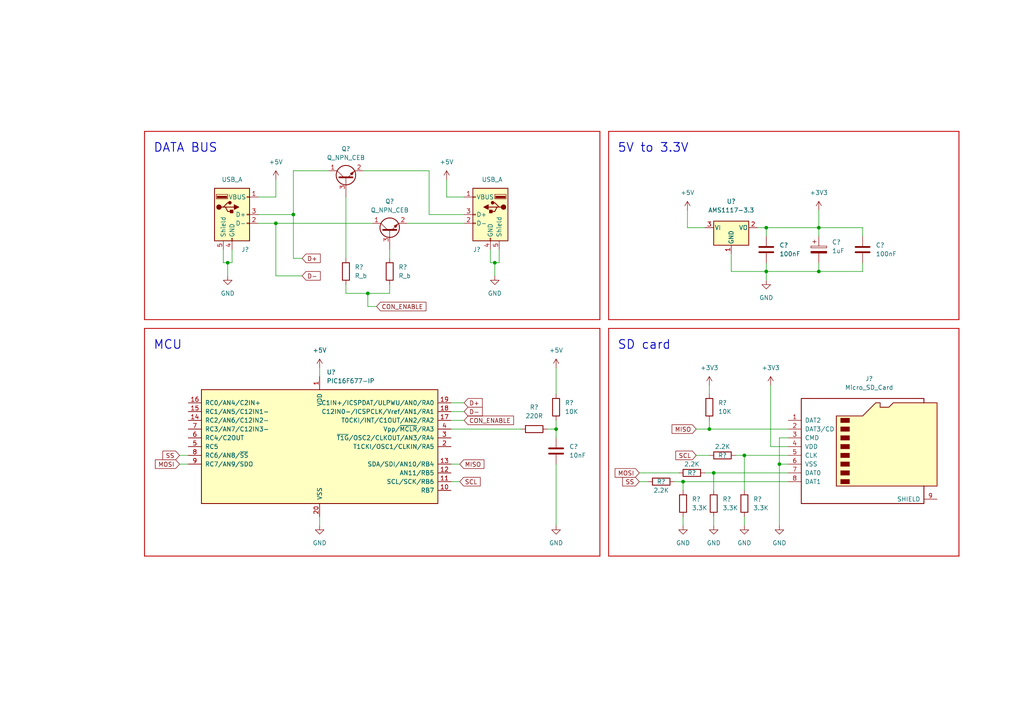
<source format=kicad_sch>
(kicad_sch (version 20211123) (generator eeschema)
  (paper "A4")
  (lib_symbols
    (symbol "Connector:Micro_SD_Card" (pin_names (offset 1.016))
      (property "Reference" "J" (at -16.51 15.24 0))
      (property "Value" "Micro_SD_Card" (at 16.51 15.24 0))
      (symbol "Micro_SD_Card_0_1"
        (rectangle (start -7.62 -9.525) (end -5.08 -10.795) (fill (type outline)))
        (rectangle (start -7.62 -6.985) (end -5.08 -8.255) (fill (type outline)))
        (rectangle (start -7.62 -4.445) (end -5.08 -5.715) (fill (type outline)))
        (rectangle (start -7.62 -1.905) (end -5.08 -3.175) (fill (type outline)))
        (rectangle (start -7.62 0.635) (end -5.08 -0.635) (fill (type outline)))
        (rectangle (start -7.62 3.175) (end -5.08 1.905) (fill (type outline)))
        (rectangle (start -7.62 5.715) (end -5.08 4.445) (fill (type outline)))
        (rectangle (start -7.62 8.255) (end -5.08 6.985) (fill (type outline)))
        (polyline (pts (xy 16.51 12.7) (xy 16.51 13.97) (xy -19.05 13.97) (xy -19.05 -16.51) (xy 16.51 -16.51) (xy 16.51 -11.43)) (stroke (width 0.254)))
        (polyline (pts (xy -8.89 -11.43) (xy -8.89 8.89) (xy -1.27 8.89) (xy 2.54 12.7) (xy 3.81 12.7) (xy 3.81 11.43) (xy 6.35 11.43) (xy 7.62 12.7) (xy 20.32 12.7) (xy 20.32 -11.43) (xy -8.89 -11.43)) (stroke (width 0.254)) (fill (type background)))
      )
      (symbol "Micro_SD_Card_1_1"
        (pin bidirectional line (at -22.86 7.62 0) (length 3.81) (name "DAT2") (number "1"))
        (pin bidirectional line (at -22.86 5.08 0) (length 3.81) (name "DAT3/CD") (number "2"))
        (pin input line (at -22.86 2.54 0) (length 3.81) (name "CMD") (number "3"))
        (pin power_in line (at -22.86 0 0) (length 3.81) (name "VDD") (number "4"))
        (pin input line (at -22.86 -2.54 0) (length 3.81) (name "CLK") (number "5"))
        (pin power_in line (at -22.86 -5.08 0) (length 3.81) (name "VSS") (number "6"))
        (pin bidirectional line (at -22.86 -7.62 0) (length 3.81) (name "DAT0") (number "7"))
        (pin bidirectional line (at -22.86 -10.16 0) (length 3.81) (name "DAT1") (number "8"))
        (pin passive line (at 20.32 -15.24 180) (length 3.81) (name "SHIELD") (number "9"))
      )
    )
    (symbol "Connector:USB_A" (pin_names (offset 1.016))
      (property "Reference" "J" (at -5.08 11.43 0))
      (property "Value" "USB_A" (at -5.08 8.89 0))
      (symbol "USB_A_0_1"
        (rectangle (start -5.08 -7.62) (end 5.08 7.62) (stroke (width 0.254)) (fill (type background)))
        (circle (center -3.81 2.159) (radius 0.635) (stroke (width 0.254)) (fill (type outline)))
        (rectangle (start -1.524 4.826) (end -4.318 5.334) (fill (type outline)))
        (rectangle (start -1.27 4.572) (end -4.572 5.842))
        (circle (center -0.635 3.429) (radius 0.381) (stroke (width 0.254)) (fill (type outline)))
        (rectangle (start -0.127 -7.62) (end 0.127 -6.858))
        (polyline (pts (xy -3.175 2.159) (xy -2.54 2.159) (xy -1.27 3.429) (xy -0.635 3.429)) (stroke (width 0.254)))
        (polyline (pts (xy -2.54 2.159) (xy -1.905 2.159) (xy -1.27 0.889) (xy 0 0.889)) (stroke (width 0.254)))
        (polyline (pts (xy 0.635 2.794) (xy 0.635 1.524) (xy 1.905 2.159) (xy 0.635 2.794)) (stroke (width 0.254)) (fill (type outline)))
        (rectangle (start 0.254 1.27) (end -0.508 0.508) (stroke (width 0.254)) (fill (type outline)))
        (rectangle (start 5.08 -2.667) (end 4.318 -2.413))
        (rectangle (start 5.08 -0.127) (end 4.318 0.127))
        (rectangle (start 5.08 4.953) (end 4.318 5.207))
      )
      (symbol "USB_A_1_1"
        (polyline (pts (xy -1.905 2.159) (xy 0.635 2.159)) (stroke (width 0.254)))
        (pin power_in line (at 7.62 5.08 180) (length 2.54) (name "VBUS") (number "1"))
        (pin bidirectional line (at 7.62 -2.54 180) (length 2.54) (name "D-") (number "2"))
        (pin bidirectional line (at 7.62 0 180) (length 2.54) (name "D+") (number "3"))
        (pin power_in line (at 0 -10.16 90) (length 2.54) (name "GND") (number "4"))
        (pin passive line (at -2.54 -10.16 90) (length 2.54) (name "Shield") (number "5"))
      )
    )
    (symbol "Device:C" (pin_numbers hide) (pin_names (offset 0.254))
      (property "Reference" "C" (at 0.635 2.54 0))
      (property "Value" "C" (at 0.635 -2.54 0))
      (symbol "C_0_1"
        (polyline (pts (xy -2.032 -0.762) (xy 2.032 -0.762)) (stroke (width 0.508)))
        (polyline (pts (xy -2.032 0.762) (xy 2.032 0.762)) (stroke (width 0.508)))
      )
      (symbol "C_1_1"
        (pin passive line (at 0 3.81 270) (length 2.794) (name "~") (number "1"))
        (pin passive line (at 0 -3.81 90) (length 2.794) (name "~") (number "2"))
      )
    )
    (symbol "Device:C_Polarized" (pin_numbers hide) (pin_names (offset 0.254))
      (property "Reference" "C" (at 0.635 2.54 0))
      (property "Value" "C_Polarized" (at 0.635 -2.54 0))
      (symbol "C_Polarized_0_1"
        (rectangle (start -2.286 0.508) (end 2.286 1.016))
        (polyline (pts (xy -1.778 2.286) (xy -0.762 2.286)))
        (polyline (pts (xy -1.27 2.794) (xy -1.27 1.778)))
        (rectangle (start 2.286 -0.508) (end -2.286 -1.016) (fill (type outline)))
      )
      (symbol "C_Polarized_1_1"
        (pin passive line (at 0 3.81 270) (length 2.794) (name "~") (number "1"))
        (pin passive line (at 0 -3.81 90) (length 2.794) (name "~") (number "2"))
      )
    )
    (symbol "Device:Q_NPN_CEB" (pin_names (offset 0) hide)
      (property "Reference" "Q" (at 5.08 1.27 0))
      (property "Value" "Q_NPN_CEB" (at 5.08 -1.27 0))
      (symbol "Q_NPN_CEB_0_1"
        (polyline (pts (xy 0.635 0.635) (xy 2.54 2.54)))
        (polyline (pts (xy 0.635 -0.635) (xy 2.54 -2.54) (xy 2.54 -2.54)))
        (polyline (pts (xy 0.635 1.905) (xy 0.635 -1.905) (xy 0.635 -1.905)) (stroke (width 0.508)))
        (polyline (pts (xy 1.27 -1.778) (xy 1.778 -1.27) (xy 2.286 -2.286) (xy 1.27 -1.778) (xy 1.27 -1.778)) (fill (type outline)))
        (circle (center 1.27 0) (radius 2.8194) (stroke (width 0.254)))
      )
      (symbol "Q_NPN_CEB_1_1"
        (pin passive line (at 2.54 5.08 270) (length 2.54) (name "C") (number "1"))
        (pin passive line (at 2.54 -5.08 90) (length 2.54) (name "E") (number "2"))
        (pin input line (at -5.08 0 0) (length 5.715) (name "B") (number "3"))
      )
    )
    (symbol "Device:R" (pin_numbers hide) (pin_names (offset 0))
      (property "Reference" "R" (at 2.032 0 90))
      (property "Value" "R" (at 0 0 90))
      (symbol "R_0_1"
        (rectangle (start -1.016 -2.54) (end 1.016 2.54) (stroke (width 0.254)))
      )
      (symbol "R_1_1"
        (pin passive line (at 0 3.81 270) (length 1.27) (name "~") (number "1"))
        (pin passive line (at 0 -3.81 90) (length 1.27) (name "~") (number "2"))
      )
    )
    (symbol "MCU_Microchip_PIC16:PIC16F677-IP" (pin_names (offset 1.016))
      (property "Reference" "U" (at 17.78 20.32 0))
      (property "Value" "PIC16F677-IP" (at 17.78 17.78 0))
      (symbol "PIC16F677-IP_0_1"
        (rectangle (start -34.29 16.51) (end 34.29 -16.51) (stroke (width 0.254)) (fill (type background)))
      )
      (symbol "PIC16F677-IP_1_1"
        (pin power_in line (at 0 20.32 270) (length 3.81) (name "VDD") (number "1"))
        (pin bidirectional line (at 38.1 -12.7 180) (length 3.81) (name "RB7") (number "10"))
        (pin bidirectional line (at 38.1 -10.16 180) (length 3.81) (name "SCL/SCK/RB6") (number "11"))
        (pin bidirectional line (at 38.1 -7.62 180) (length 3.81) (name "AN11/RB5") (number "12"))
        (pin bidirectional line (at 38.1 -5.08 180) (length 3.81) (name "SDA/SDI/AN10/RB4") (number "13"))
        (pin bidirectional line (at -38.1 7.62 0) (length 3.81) (name "RC2/AN6/C12IN2-") (number "14"))
        (pin bidirectional line (at -38.1 10.16 0) (length 3.81) (name "RC1/AN5/C12IN1-") (number "15"))
        (pin bidirectional line (at -38.1 12.7 0) (length 3.81) (name "RC0/AN4/C2IN+") (number "16"))
        (pin bidirectional line (at 38.1 7.62 180) (length 3.81) (name "T0CKI/INT/C1OUT/AN2/RA2") (number "17"))
        (pin bidirectional line (at 38.1 10.16 180) (length 3.81) (name "C12IN0-/ICSPCLK/Vref/AN1/RA1") (number "18"))
        (pin bidirectional line (at 38.1 12.7 180) (length 3.81) (name "C1IN+/ICSPDAT/ULPWU/AN0/RA0") (number "19"))
        (pin bidirectional line (at 38.1 0 180) (length 3.81) (name "T1CKI/OSC1/CLKIN/RA5") (number "2"))
        (pin power_in line (at 0 -20.32 90) (length 3.81) (name "VSS") (number "20"))
        (pin bidirectional line (at 38.1 2.54 180) (length 3.81) (name "~{T1G}/OSC2/CLKOUT/AN3/RA4") (number "3"))
        (pin input line (at 38.1 5.08 180) (length 3.81) (name "Vpp/~{MCLR}/RA3") (number "4"))
        (pin bidirectional line (at -38.1 0 0) (length 3.81) (name "RC5") (number "5"))
        (pin bidirectional line (at -38.1 2.54 0) (length 3.81) (name "RC4/C2OUT") (number "6"))
        (pin bidirectional line (at -38.1 5.08 0) (length 3.81) (name "RC3/AN7/C12IN3-") (number "7"))
        (pin bidirectional line (at -38.1 -2.54 0) (length 3.81) (name "RC6/AN8/~{SS}") (number "8"))
        (pin bidirectional line (at -38.1 -5.08 0) (length 3.81) (name "RC7/AN9/SDO") (number "9"))
      )
    )
    (symbol "Regulator_Linear:AMS1117-3.3" (pin_names (offset 0.254))
      (property "Reference" "U" (at -3.81 3.175 0))
      (property "Value" "AMS1117-3.3" (at 0 3.175 0))
      (symbol "AMS1117-3.3_0_1"
        (rectangle (start -5.08 -5.08) (end 5.08 1.905) (stroke (width 0.254)) (fill (type background)))
      )
      (symbol "AMS1117-3.3_1_1"
        (pin power_in line (at 0 -7.62 90) (length 2.54) (name "GND") (number "1"))
        (pin power_out line (at 7.62 0 180) (length 2.54) (name "VO") (number "2"))
        (pin power_in line (at -7.62 0 0) (length 2.54) (name "VI") (number "3"))
      )
    )
    (symbol "power:+3.3V" (power) (pin_names (offset 0))
      (property "Value" "+3.3V" (at 0 3.556 0))
      (symbol "+3.3V_0_1"
        (polyline (pts (xy -0.762 1.27) (xy 0 2.54)))
        (polyline (pts (xy 0 0) (xy 0 2.54)))
        (polyline (pts (xy 0 2.54) (xy 0.762 1.27)))
      )
      (symbol "+3.3V_1_1"
        (pin power_in line (at 0 0 90) (length 0) hide (name "+3V3") (number "1"))
      )
    )
    (symbol "power:+5V" (power) (pin_names (offset 0))
      (property "Value" "+5V" (at 0 3.556 0))
      (symbol "+5V_0_1"
        (polyline (pts (xy -0.762 1.27) (xy 0 2.54)))
        (polyline (pts (xy 0 0) (xy 0 2.54)))
        (polyline (pts (xy 0 2.54) (xy 0.762 1.27)))
      )
      (symbol "+5V_1_1"
        (pin power_in line (at 0 0 90) (length 0) hide (name "+5V") (number "1"))
      )
    )
    (symbol "power:GND" (power) (pin_names (offset 0))
      (property "Value" "GND" (at 0 -3.81 0))
      (symbol "GND_0_1"
        (polyline (pts (xy 0 0) (xy 0 -1.27) (xy 1.27 -1.27) (xy 0 -2.54) (xy -1.27 -1.27) (xy 0 -1.27)))
      )
      (symbol "GND_1_1"
        (pin power_in line (at 0 0 270) (length 0) hide (name "GND") (number "1"))
      )
    )
  )
  (junction (at 161.29 124.46))
  (junction (at 85.09 62.23))
  (junction (at 237.49 66.04))
  (junction (at 198.12 139.7))
  (junction (at 205.74 124.46))
  (junction (at 237.49 78.74))
  (junction (at 106.68 85.09))
  (junction (at 207.01 137.16))
  (junction (at 66.04 76.2))
  (junction (at 222.25 78.74))
  (junction (at 143.51 76.2))
  (junction (at 222.25 66.04))
  (junction (at 80.01 64.77))
  (junction (at 215.9 132.08))
  (junction (at 226.06 134.62))
  (wire (pts (xy 142.24 72.39) (xy 142.24 76.2)))
  (wire (pts (xy 92.71 149.86) (xy 92.71 152.4)))
  (wire (pts (xy 161.29 124.46) (xy 161.29 127)))
  (polyline (pts (xy 176.53 161.29) (xy 278.13 161.29)) (stroke (width 0.254) (type solid) (color 194 0 0 1)))
  (wire (pts (xy 199.39 60.96) (xy 199.39 66.04)))
  (wire (pts (xy 205.74 124.46) (xy 228.6 124.46)))
  (wire (pts (xy 130.81 116.84) (xy 134.62 116.84)))
  (wire (pts (xy 113.03 85.09) (xy 106.68 85.09)))
  (wire (pts (xy 130.81 124.46) (xy 151.13 124.46)))
  (wire (pts (xy 64.77 76.2) (xy 66.04 76.2)))
  (wire (pts (xy 185.42 139.7) (xy 187.96 139.7)))
  (wire (pts (xy 223.52 111.76) (xy 223.52 129.54)))
  (wire (pts (xy 87.63 74.93) (xy 85.09 74.93)))
  (wire (pts (xy 105.41 49.53) (xy 124.46 49.53)))
  (wire (pts (xy 212.09 78.74) (xy 222.25 78.74)))
  (wire (pts (xy 143.51 76.2) (xy 143.51 80.01)))
  (wire (pts (xy 250.19 66.04) (xy 250.19 68.58)))
  (wire (pts (xy 113.03 72.39) (xy 113.03 74.93)))
  (wire (pts (xy 228.6 127) (xy 226.06 127)))
  (wire (pts (xy 142.24 76.2) (xy 143.51 76.2)))
  (wire (pts (xy 213.36 132.08) (xy 215.9 132.08)))
  (wire (pts (xy 219.71 66.04) (xy 222.25 66.04)))
  (wire (pts (xy 237.49 78.74) (xy 237.49 76.2)))
  (wire (pts (xy 113.03 82.55) (xy 113.03 85.09)))
  (wire (pts (xy 100.33 82.55) (xy 100.33 85.09)))
  (polyline (pts (xy 41.91 95.25) (xy 173.99 95.25)) (stroke (width 0.254) (type solid) (color 194 0 0 1)))
  (polyline (pts (xy 173.99 92.71) (xy 173.99 38.1)) (stroke (width 0.254) (type solid) (color 194 0 0 1)))
  (wire (pts (xy 204.47 137.16) (xy 207.01 137.16)))
  (wire (pts (xy 185.42 137.16) (xy 196.85 137.16)))
  (wire (pts (xy 222.25 78.74) (xy 222.25 81.28)))
  (wire (pts (xy 222.25 78.74) (xy 222.25 76.2)))
  (wire (pts (xy 52.07 132.08) (xy 54.61 132.08)))
  (polyline (pts (xy 41.91 161.29) (xy 173.99 161.29)) (stroke (width 0.254) (type solid) (color 194 0 0 1)))
  (wire (pts (xy 215.9 149.86) (xy 215.9 152.4)))
  (wire (pts (xy 198.12 149.86) (xy 198.12 152.4)))
  (wire (pts (xy 205.74 111.76) (xy 205.74 114.3)))
  (wire (pts (xy 222.25 66.04) (xy 237.49 66.04)))
  (wire (pts (xy 161.29 124.46) (xy 161.29 121.92)))
  (wire (pts (xy 100.33 57.15) (xy 100.33 74.93)))
  (wire (pts (xy 52.07 134.62) (xy 54.61 134.62)))
  (wire (pts (xy 205.74 121.92) (xy 205.74 124.46)))
  (wire (pts (xy 130.81 121.92) (xy 134.62 121.92)))
  (wire (pts (xy 85.09 49.53) (xy 85.09 62.23)))
  (wire (pts (xy 74.93 62.23) (xy 85.09 62.23)))
  (wire (pts (xy 195.58 139.7) (xy 198.12 139.7)))
  (wire (pts (xy 118.11 64.77) (xy 134.62 64.77)))
  (polyline (pts (xy 278.13 92.71) (xy 278.13 38.1)) (stroke (width 0.254) (type solid) (color 194 0 0 1)))
  (wire (pts (xy 250.19 76.2) (xy 250.19 78.74)))
  (wire (pts (xy 64.77 72.39) (xy 64.77 76.2)))
  (wire (pts (xy 124.46 62.23) (xy 124.46 49.53)))
  (wire (pts (xy 226.06 134.62) (xy 226.06 152.4)))
  (wire (pts (xy 237.49 66.04) (xy 237.49 68.58)))
  (wire (pts (xy 124.46 62.23) (xy 134.62 62.23)))
  (wire (pts (xy 95.25 49.53) (xy 85.09 49.53)))
  (polyline (pts (xy 176.53 95.25) (xy 278.13 95.25)) (stroke (width 0.254) (type solid) (color 194 0 0 1)))
  (polyline (pts (xy 41.91 38.1) (xy 41.91 92.71)) (stroke (width 0.254) (type solid) (color 194 0 0 1)))
  (wire (pts (xy 161.29 106.68) (xy 161.29 114.3)))
  (wire (pts (xy 212.09 73.66) (xy 212.09 78.74)))
  (wire (pts (xy 74.93 57.15) (xy 80.01 57.15)))
  (wire (pts (xy 143.51 76.2) (xy 144.78 76.2)))
  (wire (pts (xy 85.09 74.93) (xy 85.09 62.23)))
  (wire (pts (xy 201.93 124.46) (xy 205.74 124.46)))
  (wire (pts (xy 144.78 76.2) (xy 144.78 72.39)))
  (wire (pts (xy 161.29 134.62) (xy 161.29 152.4)))
  (wire (pts (xy 237.49 78.74) (xy 250.19 78.74)))
  (wire (pts (xy 226.06 134.62) (xy 228.6 134.62)))
  (wire (pts (xy 198.12 139.7) (xy 228.6 139.7)))
  (wire (pts (xy 198.12 139.7) (xy 198.12 142.24)))
  (wire (pts (xy 207.01 149.86) (xy 207.01 152.4)))
  (wire (pts (xy 207.01 142.24) (xy 207.01 137.16)))
  (wire (pts (xy 80.01 80.01) (xy 87.63 80.01)))
  (wire (pts (xy 223.52 129.54) (xy 228.6 129.54)))
  (wire (pts (xy 106.68 88.9) (xy 106.68 85.09)))
  (polyline (pts (xy 173.99 161.29) (xy 173.99 95.25)) (stroke (width 0.254) (type solid) (color 194 0 0 1)))
  (polyline (pts (xy 41.91 95.25) (xy 41.91 161.29)) (stroke (width 0.254) (type solid) (color 194 0 0 1)))
  (wire (pts (xy 130.81 139.7) (xy 133.35 139.7)))
  (wire (pts (xy 80.01 64.77) (xy 107.95 64.77)))
  (wire (pts (xy 226.06 127) (xy 226.06 134.62)))
  (wire (pts (xy 66.04 76.2) (xy 67.31 76.2)))
  (wire (pts (xy 201.93 132.08) (xy 205.74 132.08)))
  (wire (pts (xy 106.68 85.09) (xy 100.33 85.09)))
  (wire (pts (xy 237.49 66.04) (xy 237.49 60.96)))
  (wire (pts (xy 109.22 88.9) (xy 106.68 88.9)))
  (wire (pts (xy 130.81 119.38) (xy 134.62 119.38)))
  (wire (pts (xy 80.01 64.77) (xy 80.01 80.01)))
  (wire (pts (xy 92.71 106.68) (xy 92.71 109.22)))
  (polyline (pts (xy 41.91 92.71) (xy 173.99 92.71)) (stroke (width 0.254) (type solid) (color 194 0 0 1)))
  (polyline (pts (xy 176.53 92.71) (xy 278.13 92.71)) (stroke (width 0.254) (type solid) (color 194 0 0 1)))
  (wire (pts (xy 67.31 76.2) (xy 67.31 72.39)))
  (polyline (pts (xy 41.91 38.1) (xy 173.99 38.1)) (stroke (width 0.254) (type solid) (color 194 0 0 1)))
  (wire (pts (xy 215.9 132.08) (xy 215.9 142.24)))
  (wire (pts (xy 74.93 64.77) (xy 80.01 64.77)))
  (wire (pts (xy 130.81 134.62) (xy 133.35 134.62)))
  (polyline (pts (xy 176.53 95.25) (xy 176.53 161.29)) (stroke (width 0.254) (type solid) (color 194 0 0 1)))
  (wire (pts (xy 222.25 66.04) (xy 222.25 68.58)))
  (wire (pts (xy 158.75 124.46) (xy 161.29 124.46)))
  (wire (pts (xy 215.9 132.08) (xy 228.6 132.08)))
  (wire (pts (xy 237.49 66.04) (xy 250.19 66.04)))
  (wire (pts (xy 129.54 52.07) (xy 129.54 57.15)))
  (polyline (pts (xy 176.53 38.1) (xy 278.13 38.1)) (stroke (width 0.254) (type solid) (color 194 0 0 1)))
  (wire (pts (xy 66.04 76.2) (xy 66.04 80.01)))
  (wire (pts (xy 129.54 57.15) (xy 134.62 57.15)))
  (wire (pts (xy 199.39 66.04) (xy 204.47 66.04)))
  (polyline (pts (xy 176.53 38.1) (xy 176.53 92.71)) (stroke (width 0.254) (type solid) (color 194 0 0 1)))
  (wire (pts (xy 222.25 78.74) (xy 237.49 78.74)))
  (wire (pts (xy 80.01 52.07) (xy 80.01 57.15)))
  (wire (pts (xy 207.01 137.16) (xy 228.6 137.16)))
  (polyline (pts (xy 278.13 161.29) (xy 278.13 95.25)) (stroke (width 0.254) (type solid) (color 194 0 0 1)))
  (text "DATA BUS" (at 44.45 44.45 0) (effects (font (size 2.54 2.54) (thickness 0.254) bold) (justify left bottom)))
  (text "MCU" (at 44.45 101.6 0) (effects (font (size 2.54 2.54) (thickness 0.254) bold) (justify left bottom)))
  (text "5V to 3.3V" (at 179.07 44.45 0) (effects (font (size 2.54 2.54) (thickness 0.254) bold) (justify left bottom)))
  (text "SD card" (at 179.07 101.6 0) (effects (font (size 2.54 2.54) (thickness 0.254) bold) (justify left bottom)))
  (global_label "SS" (shape input) (at 52.07 132.08 180) (property "Intersheet References" "${INTERSHEET_REFS}" (effects hide)))
  (global_label "SCL" (shape input) (at 201.93 132.08 180) (property "Intersheet References" "${INTERSHEET_REFS}" (effects hide)))
  (global_label "D+" (shape input) (at 134.62 116.84 0) (property "Intersheet References" "${INTERSHEET_REFS}" (effects hide)))
  (global_label "CON_ENABLE" (shape input) (at 109.22 88.9 0) (property "Intersheet References" "${INTERSHEET_REFS}" (effects hide)))
  (global_label "D+" (shape input) (at 87.63 74.93 0) (property "Intersheet References" "${INTERSHEET_REFS}" (effects hide)))
  (global_label "MISO" (shape input) (at 133.35 134.62 0) (property "Intersheet References" "${INTERSHEET_REFS}" (effects hide)))
  (global_label "MOSI" (shape input) (at 52.07 134.62 180) (property "Intersheet References" "${INTERSHEET_REFS}" (effects hide)))
  (global_label "SCL" (shape input) (at 133.35 139.7 0) (property "Intersheet References" "${INTERSHEET_REFS}" (effects hide)))
  (global_label "D-" (shape input) (at 87.63 80.01 0) (property "Intersheet References" "${INTERSHEET_REFS}" (effects hide)))
  (global_label "D-" (shape input) (at 134.62 119.38 0) (property "Intersheet References" "${INTERSHEET_REFS}" (effects hide)))
  (global_label "MISO" (shape input) (at 201.93 124.46 180) (property "Intersheet References" "${INTERSHEET_REFS}" (effects hide)))
  (global_label "MOSI" (shape input) (at 185.42 137.16 180) (property "Intersheet References" "${INTERSHEET_REFS}" (effects hide)))
  (global_label "SS" (shape input) (at 185.42 139.7 180) (property "Intersheet References" "${INTERSHEET_REFS}" (effects hide)))
  (global_label "CON_ENABLE" (shape input) (at 134.62 121.92 0) (property "Intersheet References" "${INTERSHEET_REFS}" (effects hide)))
  (symbol (lib_id "Device:C_Polarized") (at 237.49 72.39 0) (unit 1)
    (property "Reference" "C?" (at 241.3 70.2309 0) (effects (justify left)))
    (property "Value" "1uF" (at 241.3 72.7709 0) (effects (justify left)))
  )
  (symbol (lib_id "Device:R") (at 198.12 146.05 0) (unit 1)
    (property "Reference" "R?" (at 200.66 144.7799 0) (effects (justify left)))
    (property "Value" "3.3K" (at 200.66 147.3199 0) (effects (justify left)))
  )
  (symbol (lib_id "power:+5V") (at 199.39 60.96 0) (unit 1)
    (property "Reference" "#PWR?" (effects hide))
    (property "Value" "+5V" (at 199.39 55.88 0))
  )
  (symbol (lib_id "Device:R") (at 100.33 78.74 180) (unit 1)
    (property "Reference" "R?" (at 102.87 77.4699 0) (effects (justify right)))
    (property "Value" "R_b" (at 102.87 80.0099 0) (effects (justify right)))
  )
  (symbol (lib_id "power:GND") (at 198.12 152.4 0) (unit 1)
    (property "Reference" "#PWR?" (effects hide))
    (property "Value" "GND" (at 198.12 157.48 0))
  )
  (symbol (lib_id "Device:R") (at 205.74 118.11 0) (unit 1)
    (property "Reference" "R?" (at 208.28 116.8399 0) (effects (justify left)))
    (property "Value" "10K" (at 208.28 119.3799 0) (effects (justify left)))
  )
  (symbol (lib_id "Device:R") (at 209.55 132.08 90) (unit 1)
    (property "Reference" "R?" (at 209.55 132.08 90))
    (property "Value" "2.2K" (at 209.55 129.54 90))
  )
  (symbol (lib_id "Device:R") (at 215.9 146.05 0) (unit 1)
    (property "Reference" "R?" (at 218.44 144.7799 0) (effects (justify left)))
    (property "Value" "3.3K" (at 218.44 147.3199 0) (effects (justify left)))
  )
  (symbol (lib_id "power:GND") (at 226.06 152.4 0) (unit 1)
    (property "Reference" "#PWR?" (effects hide))
    (property "Value" "GND" (at 226.06 157.48 0))
  )
  (symbol (lib_id "Device:R") (at 161.29 118.11 180) (unit 1)
    (property "Reference" "R?" (at 163.83 116.8399 0) (effects (justify right)))
    (property "Value" "10K" (at 163.83 119.3799 0) (effects (justify right)))
  )
  (symbol (lib_id "Device:R") (at 207.01 146.05 0) (unit 1)
    (property "Reference" "R?" (at 209.55 144.7799 0) (effects (justify left)))
    (property "Value" "3.3K" (at 209.55 147.3199 0) (effects (justify left)))
  )
  (symbol (lib_id "power:GND") (at 222.25 81.28 0) (unit 1)
    (property "Reference" "#PWR?" (effects hide))
    (property "Value" "GND" (at 222.25 86.36 0))
  )
  (symbol (lib_id "Device:C") (at 161.29 130.81 0) (unit 1)
    (property "Reference" "C?" (at 165.1 129.5399 0) (effects (justify left)))
    (property "Value" "10nF" (at 165.1 132.08 0) (effects (justify left)))
  )
  (symbol (lib_id "Device:R") (at 200.66 137.16 90) (unit 1)
    (property "Reference" "R?" (at 200.66 137.16 90))
    (property "Value" "2.2K" (at 200.66 134.62 90))
  )
  (symbol (lib_id "power:GND") (at 143.51 80.01 0) (unit 1)
    (property "Reference" "#PWR?" (effects hide))
    (property "Value" "GND" (at 143.51 85.09 0))
  )
  (symbol (lib_id "Connector:Micro_SD_Card") (at 251.46 129.54 0) (unit 1)
    (property "Reference" "J?" (at 252.095 109.855 0))
    (property "Value" "Micro_SD_Card" (at 252.095 112.395 0))
    (property "Datasheet" "http://katalog.we-online.de/em/datasheet/693072010801.pdf" (effects hide))
  )
  (symbol (lib_id "Device:C") (at 222.25 72.39 0) (unit 1)
    (property "Reference" "C?" (at 226.06 71.1199 0) (effects (justify left)))
    (property "Value" "100nF" (at 226.06 73.66 0) (effects (justify left)))
  )
  (symbol (lib_id "power:+3.3V") (at 237.49 60.96 0) (unit 1)
    (property "Reference" "#PWR?" (effects hide))
    (property "Value" "+3.3V" (at 237.49 55.88 0))
  )
  (symbol (lib_id "power:+3.3V") (at 223.52 111.76 0) (unit 1)
    (property "Reference" "#PWR?" (effects hide))
    (property "Value" "+3.3V" (at 223.52 106.68 0))
  )
  (symbol (lib_id "Device:R") (at 113.03 78.74 180) (unit 1)
    (property "Reference" "R?" (at 115.57 77.4699 0) (effects (justify right)))
    (property "Value" "R_b" (at 115.57 80.0099 0) (effects (justify right)))
  )
  (symbol (lib_id "Connector:USB_A") (at 67.31 62.23 0) (unit 1)
    (property "Reference" "J?" (at 71.12 72.39 0))
    (property "Value" "USB_A" (at 67.31 52.07 0))
    (property "Datasheet" " ~" (effects hide))
  )
  (symbol (lib_id "Regulator_Linear:AMS1117-3.3") (at 212.09 66.04 0) (unit 1)
    (property "Reference" "U?" (at 212.09 58.42 0))
    (property "Value" "AMS1117-3.3" (at 212.09 60.96 0))
    (property "Footprint" "Package_TO_SOT_SMD:SOT-223-3_TabPin2" (effects hide))
    (property "Datasheet" "http://www.advanced-monolithic.com/pdf/ds1117.pdf" (effects hide))
  )
  (symbol (lib_id "power:+5V") (at 92.71 106.68 0) (unit 1)
    (property "Reference" "#PWR?" (effects hide))
    (property "Value" "+5V" (at 92.71 101.6 0))
  )
  (symbol (lib_id "Connector:USB_A") (at 142.24 62.23 0) (mirror y) (unit 1)
    (property "Reference" "J?" (at 137.16 72.39 0) (effects (justify right)))
    (property "Value" "USB_A" (at 139.7 52.07 0) (effects (justify right)))
    (property "Datasheet" " ~" (effects hide))
  )
  (symbol (lib_id "power:GND") (at 92.71 152.4 0) (unit 1)
    (property "Reference" "#PWR?" (effects hide))
    (property "Value" "GND" (at 92.71 157.48 0))
  )
  (symbol (lib_id "Device:Q_NPN_CEB") (at 113.03 67.31 90) (unit 1)
    (property "Reference" "Q?" (at 113.03 58.42 90))
    (property "Value" "Q_NPN_CEB" (at 113.03 60.96 90))
  )
  (symbol (lib_id "power:+5V") (at 129.54 52.07 0) (unit 1)
    (property "Reference" "#PWR?" (effects hide))
    (property "Value" "+5V" (at 129.54 46.99 0))
  )
  (symbol (lib_id "power:+5V") (at 80.01 52.07 0) (unit 1)
    (property "Reference" "#PWR?" (effects hide))
    (property "Value" "+5V" (at 80.01 46.99 0))
  )
  (symbol (lib_id "Device:C") (at 250.19 72.39 0) (unit 1)
    (property "Reference" "C?" (at 254 71.1199 0) (effects (justify left)))
    (property "Value" "100nF" (at 254 73.66 0) (effects (justify left)))
  )
  (symbol (lib_id "MCU_Microchip_PIC16:PIC16F677-IP") (at 92.71 129.54 0) (unit 1)
    (property "Reference" "U?" (at 94.7294 107.95 0) (effects (justify left)))
    (property "Value" "PIC16F677-IP" (at 94.7294 110.49 0) (effects (justify left)))
    (property "Datasheet" "http://ww1.microchip.com/downloads/en/DeviceDoc/41262E.pdf" (effects hide))
  )
  (symbol (lib_id "Device:Q_NPN_CEB") (at 100.33 52.07 90) (unit 1)
    (property "Reference" "Q?" (at 100.33 43.18 90))
    (property "Value" "Q_NPN_CEB" (at 100.33 45.72 90))
  )
  (symbol (lib_id "power:GND") (at 215.9 152.4 0) (unit 1)
    (property "Reference" "#PWR?" (effects hide))
    (property "Value" "GND" (at 215.9 157.48 0))
  )
  (symbol (lib_id "power:GND") (at 66.04 80.01 0) (unit 1)
    (property "Reference" "#PWR?" (effects hide))
    (property "Value" "GND" (at 66.04 85.09 0))
  )
  (symbol (lib_id "Device:R") (at 154.94 124.46 90) (unit 1)
    (property "Reference" "R?" (at 154.94 118.11 90))
    (property "Value" "220R" (at 154.94 120.65 90))
  )
  (symbol (lib_id "power:+5V") (at 161.29 106.68 0) (unit 1)
    (property "Reference" "#PWR?" (effects hide))
    (property "Value" "+5V" (at 161.29 101.6 0))
  )
  (symbol (lib_id "power:GND") (at 207.01 152.4 0) (unit 1)
    (property "Reference" "#PWR?" (effects hide))
    (property "Value" "GND" (at 207.01 157.48 0))
  )
  (symbol (lib_id "power:GND") (at 161.29 152.4 0) (unit 1)
    (property "Reference" "#PWR?" (effects hide))
    (property "Value" "GND" (at 161.29 157.48 0))
  )
  (symbol (lib_id "Device:R") (at 191.77 139.7 90) (unit 1)
    (property "Reference" "R?" (at 191.77 139.7 90))
    (property "Value" "2.2K" (at 191.77 142.24 90))
  )
  (symbol (lib_id "power:+3.3V") (at 205.74 111.76 0) (unit 1)
    (property "Reference" "#PWR?" (effects hide))
    (property "Value" "+3.3V" (at 205.74 106.68 0))
  )
)
</source>
